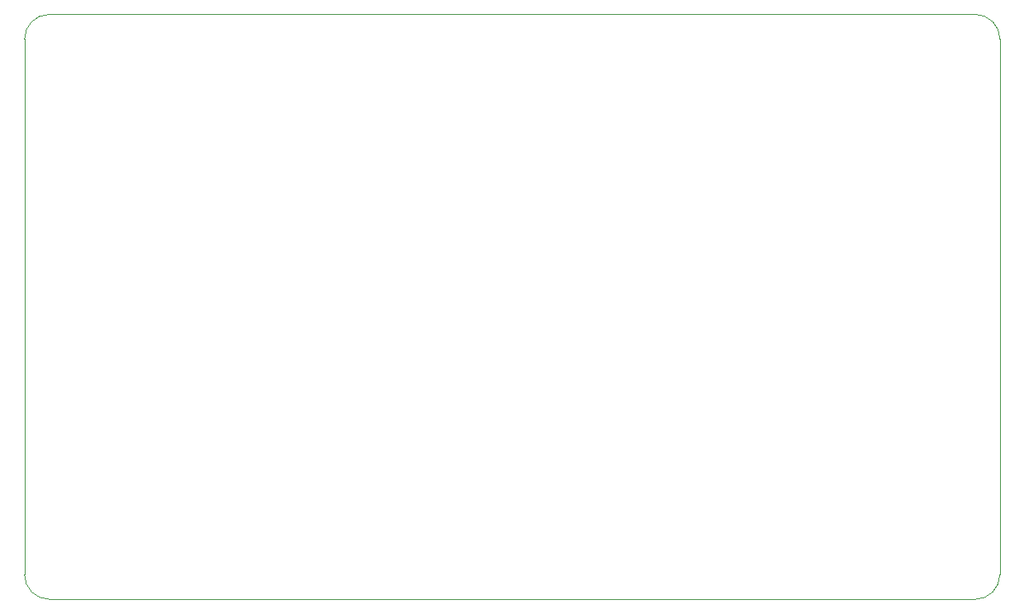
<source format=gko>
G04*
G04 #@! TF.GenerationSoftware,Altium Limited,Altium Designer,21.3.2 (30)*
G04*
G04 Layer_Color=16711935*
%FSLAX25Y25*%
%MOIN*%
G70*
G04*
G04 #@! TF.SameCoordinates,26355F08-9206-417B-94F2-C20795E45030*
G04*
G04*
G04 #@! TF.FilePolarity,Positive*
G04*
G01*
G75*
%ADD71C,0.00050*%
D71*
X393726Y226220D02*
G03*
X383701Y236246I-10025J0D01*
G01*
Y-25D02*
G03*
X393726Y10000I0J10025D01*
G01*
X10000Y236246D02*
G03*
X-25Y226220I0J-10025D01*
G01*
Y10000D02*
G03*
X10000Y-25I10025J0D01*
G01*
X393726Y10000D02*
Y226220D01*
X10000Y236246D02*
X383701D01*
X-25Y10000D02*
Y226220D01*
X10000Y-25D02*
X383701D01*
M02*

</source>
